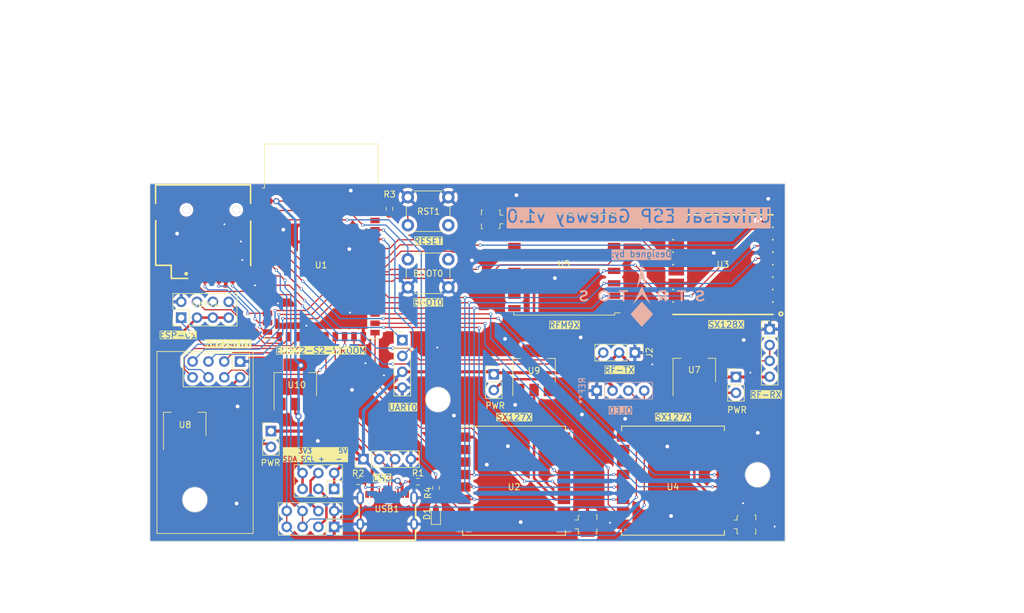
<source format=kicad_pcb>
(kicad_pcb (version 20221018) (generator pcbnew)
  (layers (0 "F.Cu" signal) (31 "B.Cu" signal) (34 "B.Paste" user) (35 "F.Paste" user) (36 "B.SilkS" user "B.Silkscreen") (37 "F.SilkS" user "F.Silkscreen") (38 "B.Mask" user) (39 "F.Mask" user) (44 "Edge.Cuts" user))
  (net 0 "")
  (net 1 "Net-(AE1-A)")
  (net 2 "Net-(AE2-A)")
  (net 3 "Net-(AE3-A)")
  (net 4 "Net-(AE4-A)")
  (net 5 "GND")
  (net 6 "Net-(U1-IO00)")
  (net 8 "/SD_CS")
  (net 9 "/FMOSI")
  (net 10 "3V3_ESP")
  (net 11 "/FSCK")
  (net 12 "/FMISO")
  (net 14 "Net-(D1-A)")
  (net 15 "/RX1")
  (net 16 "/01_IRQ")
  (net 18 "/TX1")
  (net 19 "+5V")
  (net 20 "/RF_IN")
  (net 21 "/RF_OUT")
  (net 22 "/USB_D-")
  (net 23 "/USB_D+")
  (net 24 "/TX0")
  (net 25 "/RX0")
  (net 26 "Net-(J10-Pin_3)")
  (net 27 "Net-(J10-Pin_4)")
  (net 28 "/SCL")
  (net 29 "/SDA")
  (net 30 "Net-(USB1-CC2)")
  (net 31 "Net-(USB1-CC1)")
  (net 32 "Net-(U1-EN)")
  (net 33 "Net-(U1-IO01)")
  (net 34 "3V3_NRF{slash}01")
  (net 35 "3V3_P1")
  (net 36 "3V3_P2")
  (net 37 "/NRF_CE")
  (net 38 "/NRF_IRQ")
  (net 39 "/NRF_CS")
  (net 40 "/RST4")
  (net 41 "/RST3")
  (net 42 "/RST2")
  (net 43 "/RST1")
  (net 44 "/NSS4")
  (net 45 "/NSS3")
  (net 46 "/NSS2")
  (net 47 "/NSS1")
  (net 48 "/SCK")
  (net 49 "/MISO")
  (net 50 "/MOSI")
  (net 53 "/DIO0-1")
  (net 58 "/DIO0-3")
  (net 60 "/DIO0-2")
  (net 65 "/DIO0-4")
  (net 74 "Net-(J5-Pin_2)")
  (net 75 "Net-(J6-Pin_2)")
  (net 76 "Net-(J8-Pin_2)")
  (footprint "Resistor_SMD:R_0603_1608Metric_Pad0.98x0.95mm_HandSolder" (layer "F.Cu") (at 101.1174 106.1955 90)
    (fp_text reference "R4")
    (fp_text value "330")
  )
  (footprint "Connector_PinHeader_2.54mm:PinHeader_1x03_P2.54mm_Vertical" (layer "F.Cu") (at 133.0556 84.4804 -90)
    (fp_text reference "J2")
    (fp_text value "RF-TR")
  )
  (footprint "Button_Switch_THT:SW_PUSH_6mm" (layer "F.Cu") (at 96.6216 59.5334)
    (fp_text reference "RST1")
    (fp_text value "~")
  )
  (footprint "Resistor_SMD:R_0603_1608Metric_Pad0.98x0.95mm_HandSolder" (layer "F.Cu") (at 88.6441 105.1306)
    (fp_text reference "R2")
    (fp_text value "5.11K")
  )
  (footprint "Connector_PinHeader_2.54mm:PinHeader_1x02_P2.54mm_Vertical" (layer "F.Cu") (at 74.6506 97.0738)
    (fp_text reference "J8")
    (fp_text value "Conn_01x02")
  )
  (footprint "Connector_Coaxial:U.FL_Molex_MCRF_73412-0110_Vertical" (layer "F.Cu") (at 150.9598 112.0544 -90)
    (fp_text reference "AE3")
    (fp_text value "Antenna_Shield")
  )
  (footprint "RF_Module:ESP32-S2-WROVER" (layer "F.Cu") (at 82.7274 70.4454)
    (fp_text reference "U1")
    (fp_text value "ESP32-S2-WROVER")
  )
  (footprint "Resistor_SMD:R_0603_1608Metric_Pad0.98x0.95mm_HandSolder" (layer "F.Cu") (at 93.6752 61.3937 90)
    (fp_text reference "R3")
    (fp_text value "10K")
  )
  (footprint "RF_Module:nRF24L01_Breakout" (layer "F.Cu") (at 69.6976 85.9028 -90)
    (fp_text reference "U6")
    (fp_text value "NRF24L01_Breakout")
  )
  (footprint "Package_TO_SOT_SMD:SOT-223-3_TabPin2" (layer "F.Cu") (at 78.5622 89.5858 90)
    (fp_text reference "U10")
    (fp_text value "AMS1117-3.3")
  )
  (footprint "Button_Switch_THT:SW_PUSH_6mm" (layer "F.Cu") (at 103.1216 74.005 180)
    (fp_text reference "BOOT0")
    (fp_text value "~")
  )
  (footprint "Connector_PinHeader_2.54mm:PinHeader_1x04_P2.54mm_Vertical" (layer "F.Cu") (at 154.686 80.7212)
    (fp_text reference "J3")
    (fp_text value "RF-RX")
  )
  (footprint "Package_TO_SOT_SMD:SOT-223-3_TabPin2" (layer "F.Cu") (at 142.5956 87.2998 90)
    (fp_text reference "U7")
    (fp_text value "AMS1117-3.3")
  )
  (footprint "Custom:COMM-SMD_LORA1281-2.4GHZ" (layer "F.Cu") (at 147.193333 70.358 180)
    (fp_text reference "U3")
    (fp_text value "LORA1281-2.4GHZ")
  )
  (footprint "Connector_PinHeader_2.54mm:PinHeader_1x02_P2.54mm_Vertical" (layer "F.Cu") (at 149.2758 88.392)
    (fp_text reference "J5")
    (fp_text value "Conn_01x02")
  )
  (footprint "Custom:USB-C-SMD_TYPE-C-6PIN-2MD-073" (layer "F.Cu") (at 93.2942 109.6107)
    (fp_text reference "USB1")
    (fp_text value "TYPE-C 16PIN 2MD(073)")
  )
  (footprint "Connector_PinSocket_2.54mm:PinSocket_2x04_P2.54mm_Vertical" (layer "F.Cu") (at 84.8006 112.4404 -90)
    (fp_text reference "J9")
    (fp_text value "Conn_02x04_Counter_Clockwise")
  )
  (footprint "Connector_PinSocket_2.54mm:PinSocket_2x03_P2.54mm_Vertical" (layer "F.Cu") (at 84.8006 106.3444 -90)
    (fp_text reference "J10")
    (fp_text value "JMP")
  )
  (footprint "RF_Module:Ai-Thinker-Ra-01-LoRa" (layer "F.Cu") (at 113.664667 105.0417 180)
    (fp_text reference "U2")
    (fp_text value "Ai-Thinker-Ra-01")
  )
  (footprint "Connector_Coaxial:U.FL_Molex_MCRF_73412-0110_Vertical" (layer "F.Cu") (at 109.923599 63.104 90)
    (fp_text reference "AE4")
    (fp_text value "Antenna_Shield")
  )
  (footprint "Connector_PinHeader_2.54mm:PinHeader_1x04_P2.54mm_Vertical" (layer "F.Cu") (at 95.7326 82.4738)
    (fp_text reference "J7")
    (fp_text value "UART0")
  )
  (footprint "Connector_PinHeader_2.54mm:PinHeader_1x04_P2.54mm_Vertical" (layer "F.Cu") (at 89.4942 101.5746 90)
    (fp_text reference "J4")
    (fp_text value "USB")
  )
  (footprint "Connector_Coaxial:U.FL_Molex_MCRF_73412-0110_Vertical" (layer "F.Cu") (at 135.425533 63.104 90)
    (fp_text reference "AE1")
    (fp_text value "Antenna_Shield")
  )
  (footprint "RF_Module:HOPERF_RFM9XW_SMD" (layer "F.Cu") (at 121.716799 70.358 180)
    (fp_text reference "U5")
    (fp_text value "RFM95W-868S2")
  )
  (footprint "Connector_PinHeader_2.54mm:PinHeader_2x04_P2.54mm_Vertical" (layer "F.Cu") (at 60.2488 78.867 90)
    (fp_text reference "J1")
    (fp_text value "ESP-01")
  )
  (footprint "Connector_Coaxial:U.FL_Molex_MCRF_73412-0110_Vertical" (layer "F.Cu") (at 125.457867 112.0417 -90)
    (fp_text reference "AE2")
    (fp_text value "Antenna_Shield")
  )
  (footprint "Package_TO_SOT_SMD:SOT-223-3_TabPin2" (layer "F.Cu") (at 60.8076 95.9612 90)
    (fp_text reference "U8")
    (fp_text value "AMS1117-3.3")
  )
  (footprint "Resistor_SMD:R_0603_1608Metric_Pad0.98x0.95mm_HandSolder" (layer "F.Cu") (at 98.2218 105.1814)
    (fp_text reference "R1")
    (fp_text value "5.11K")
  )
  (footprint "Package_TO_SOT_SMD:SOT-223-3_TabPin2" (layer "F.Cu") (at 116.8768 87.3248 90)
    (fp_text reference "U9")
    (fp_text value "AMS1117-3.3")
  )
  (footprint "Custom:TF-SMD_TF-PUSH" (layer "F.Cu") (at 64.138 67.2696 180)
    (fp_text reference "Card1")
    (fp_text value "TF PUSH")
  )
  (footprint "RF_Module:Ai-Thinker-Ra-01-LoRa" (layer "F.Cu") (at 139.1666 105.029 180)
    (fp_text reference "U4")
    (fp_text value "Ai-Thinker-Ra-01")
  )
  (footprint "Connector_PinHeader_2.54mm:PinHeader_1x02_P2.54mm_Vertical" (layer "F.Cu") (at 110.4138 87.9552)
    (fp_text reference "J6")
    (fp_text value "Conn_01x02")
  )
  (footprint "LED_SMD:LED_0603_1608Metric_Pad1.05x0.95mm_HandSolder" (layer "F.Cu") (at 101.1174 110.3884 90)
    (fp_text reference "D1")
    (fp_text value "RED")
  )
  (footprint "Connector_PinHeader_2.54mm:PinHeader_1x04_P2.54mm_Vertical" (layer "B.Cu") (at 126.9338 90.5764 -90)
    (fp_text reference "REF**")
    (fp_text value "PinHeader_1x04_P2.54mm_Vertical")
  )
  (footprint "LOGO" (layer "B.Cu") (at 134.215783 75.3618 180)
    (fp_text reference "G***")
    (fp_text value "LOGO" hide)
  )
  (gr_circle (center 152.7556 104.0892) (end 154.7556 104.0892) (stroke (width 0.1)) (fill none) (layer "Edge.Cuts"))
  (gr_circle (center 101.4476 92.0176) (end 103.4476 92.0176) (stroke (width 0.1)) (fill none) (layer "Edge.Cuts"))
  (gr_circle (center 62.4398 108.077) (end 64.4398 108.077) (stroke (width 0.1)) (fill none) (layer "Edge.Cuts"))
  (gr_line (start 55.245 114.7572) (end 157.1498 114.7572) (stroke (width 0.1)) (layer "Edge.Cuts"))
  (gr_line (start 55.245 114.7572) (end 55.245 57.3786) (stroke (width 0.1)) (layer "Edge.Cuts"))
  (gr_line (start 157.1498 57.3786) (end 157.1498 114.7572) (stroke (width 0.1)) (layer "Edge.Cuts"))
  (gr_line (start 55.245 57.3786) (end 157.1498 57.3786) (stroke (width 0.1)) (layer "Edge.Cuts"))
  (gr_text "OLED" (at 132.717653 94.361) (layer "B.SilkS" knockout) (effects (font (size 1 1)) (justify left bottom mirror)))
  (gr_text "Designed by:" (at 139.031889 69.2404) (layer "B.SilkS" knockout) (effects (font (size 1 1)) (justify left bottom mirror)))
  (gr_text "Universal ESP Gateway v1.0" (at 155.1432 63.7794) (layer "B.SilkS" knockout) (effects (font (size 2 2) (thickness 0.3)) (justify left bottom mirror)))
  (gr_text "PWR" (at 72.9234 102.743) (layer "F.SilkS") (effects (font (size 1 1)) (justify left bottom)))
  (gr_text "ESP-01" (at 56.642 82.2706) (layer "F.SilkS" knockout) (effects (font (size 1 1)) (justify left bottom)))
  (gr_text "BOOT0" (at 99.8716 76.454) (layer "F.SilkS" knockout) (effects (font (size 1 1))))
  (gr_text "PWR" (at 108.966 93.5736) (layer "F.SilkS") (effects (font (size 1 1)) (justify left bottom)))
  (gr_text "ESP32-S2-WROOM" (at 75.3364 84.7344) (layer "F.SilkS" knockout) (effects (font (size 1 1)) (justify left bottom)))
  (gr_text "RF-TX" (at 128.038338 87.8586) (layer "F.SilkS" knockout) (effects (font (size 1 1)) (justify left bottom)))
  (gr_text "UART0" (at 93.3958 93.853) (layer "F.SilkS" knockout) (effects (font (size 1 1)) (justify left bottom)))
  (gr_text "RESET" (at 99.8716 66.5734) (layer "F.SilkS" knockout) (effects (font (size 1 1))))
  (gr_text "RF-RX" (at 151.4602 91.821) (layer "F.SilkS" knockout) (effects (font (size 1 1)) (justify left bottom)))
  (gr_text "SX127X" (at 110.720024 95.4532) (layer "F.SilkS" knockout) (effects (font (size 1 1)) (justify left bottom)))
  (gr_text "SX127X" (at 136.221957 95.4532) (layer "F.SilkS" knockout) (effects (font (size 1 1)) (justify left bottom)))
  (gr_text "NRF24L01" (at 63.881 83.7184) (layer "F.SilkS" knockout) (effects (font (size 1 1)) (justify left bottom)))
  (gr_text "RFM9X" (at 119.1768 80.6704) (layer "F.SilkS" knockout) (effects (font (size 1 1)) (justify left bottom)))
  (gr_text "    3V3       5V\nSDA SCL +   -" (at 76.4794 102.0064) (layer "F.SilkS" knockout) (effects (font (size 0.8 0.8)) (justify left bottom)))
  (gr_text "USB" (at 90.8558 105.2068) (layer "F.SilkS" knockout) (effects (font (size 1 1)) (justify left bottom)))
  (gr_text "SX128X" (at 144.73619 80.5688) (layer "F.SilkS" knockout) (effects (font (size 1 1)) (justify left bottom)))
  (gr_text "PWR" (at 147.7772 94.2594) (layer "F.SilkS") (effects (font (size 1 1)) (justify left bottom)))
  (segment (start 139.193333 63.358) (end 137.179533 63.358) (width 0.4) (layer "F.Cu") (net 1))
  (segment (start 137.179533 63.358) (end 136.925533 63.104) (width 0.4) (layer "F.Cu") (net 1))
  (segment (start 121.664667 112.0417) (end 123.957867 112.0417) (width 0.4) (layer "F.Cu") (net 2))
  (segment (start 147.1666 112.029) (end 149.4344 112.029) (width 0.4) (layer "F.Cu") (net 3))
  (segment (start 149.4344 112.029) (end 149.4598 112.0544) (width 0.4) (layer "F.Cu") (net 3))
  (segment (start 111.677599 63.358) (end 111.423599 63.104) (width 0.4) (layer "F.Cu") (net 4))
  (segment (start 113.716799 63.358) (end 111.677599 63.358) (width 0.4) (layer "F.Cu") (net 4))
  (segment (start 155.177333 71.374) (end 155.193333 71.358) (width 0.2) (layer "F.Cu") (net 5))
  (via (at 131.4958 95.0976) (size 1) (drill 0.6) (layers "F.Cu" "B.Cu") (net 5))
  (via (at 69.1388 108.6866) (size 1) (drill 0.6) (layers "F.Cu" "B.Cu") (net 5))
  (via (at 82.169 98.6536) (size 1) (drill 0.6) (layers "F.Cu" "B.Cu") (net 5))
  (via (at 138.2522 99.5426) (size 1) (drill 0.6) (layers "F.Cu" "B.Cu") (net 5))
  (via (at 87.6554 90.4494) (size 1) (drill 0.6) (layers "F.Cu" "B.Cu") (net 5))
  (via (at 112.6744 99.4918) (size 1) (drill 0.6) (layers "F.Cu" "B.Cu") (net 5))
  (via (at 150.5204 82.4484) (size 1) (drill 0.6) (layers "F.Cu" "B.Cu") (net 5))
  (via (at 72.0852 73.6854) (size 0.5) (drill 0.3) (layers "F.Cu" "B.Cu") (net 5))
  (via (at 69.2912 93.1164) (size 1) (drill 0.6) (layers "F.Cu" "B.Cu") (net 5))
  (via (at 124.5616 94.4118) (size 1) (drill 0.6) (layers "F.Cu" "B.Cu") (net 5))
  (via (at 69.8246 66.6496) (size 0.5) (drill 0.3) (layers "F.Cu" "B.Cu") (net 5))
  (via (at 151.587585 87.6925) (size 0.5) (drill 0.3) (layers "F.Cu" "B.Cu") (net 5))
  (via (at 113.8428 92.8624) (size 1) (drill 0.6) (layers "F.Cu" "B.Cu") (net 5))
  (via (at 87.4522 58.4708) (size 1) (drill 0.6) (layers "F.Cu" "B.Cu") (net 5))
  (via (at 104.013 94.5896) (size 1) (drill 0.6) (layers "F.Cu" "B.Cu") (net 5))
  (via (at 89.8144 86.1822) (size 0.5) (drill 0.3) (layers "F.Cu" "B.Cu") (net 5))
  (via (at 155.4988 112.395) (size 0.5) (drill 0.3) (layers "F.Cu" "B.Cu") (net 5))
  (via (at 75.7682 76.581) (size 0.5) (drill 0.3) (layers "F.Cu" "B.Cu") (net 5))
  (via (at 129.0574 111.7854) (size 0.5) (drill 0.3) (layers "F.Cu" "B.Cu") (net 5))
  (via (at 59.5884 65.3796) (size 1) (drill 0.6) (layers "F.Cu" "B.Cu") (net 5))
  (via (at 80.3402 80.1624) (size 0.5) (drill 0.3) (layers "F.Cu" "B.Cu") (net 5))
  (via (at 70.0532 69.6214) (size 0.5) (drill 0.3) (layers "F.Cu" "B.Cu") (net 5))
  (via (at 138.8618 110.6932) (size 1) (drill 0.6) (layers "F.Cu" "B.Cu") (net 5))
  (via (at 145.7198 68.4784) (size 1) (drill 0.6) (layers "F.Cu" "B.Cu") (net 5))
  (via (at 114.046 59.2074) (size 1) (drill 0.6) (layers "F.Cu" "B.Cu") (net 5))
  (via (at 101.346 83.6676) (size 0.5) (drill 0.3) (layers "F.Cu" "B.Cu") (net 5))
  (via (at 112.2172 82.2706) (size 1) (drill 0.6) (layers "F.Cu" "B.Cu") (net 5))
  (via (at 114.7318 111.6838) (size 1) (drill 0.6) (layers "F.Cu" "B.Cu") (net 5))
  (via (at 154.4574 59.7916) (size 1) (drill 0.6) (layers "F.Cu" "B.Cu") (net 5))
  (via (at 87.2236 67.8688) (size 1) (drill 0.6) (layers "F.Cu" "B.Cu") (net 5))
  (via (at 76.6318 64.7446) (size 1) (drill 0.6) (layers "F.Cu" "B.Cu") (net 5))
  (via (at 152.781 97.3582) (size 1) (drill 0.6) (layers "F.Cu" "B.Cu") (net 5))
  (via (at 106.9086 69.6722) (size 1) (drill 0.6) (layers "F.Cu" "B.Cu") (net 5))
  (via (at 120.2182 72.517) (size 1) (drill 0.6) (layers "F.Cu" "B.Cu") (net 5))
  (via (at 67.183 63.881) (size 0.5) (drill 0.3) (layers "F.Cu" "B.Cu") (net 5))
  (via (at 150.4188 108.6612) (size 0.5) (drill 0.3) (layers "F.Cu" "B.Cu") (net 5))
  (via (at 87.3252 78.0542) (size 0.5) (drill 0.3) (layers "F.Cu" "B.Cu") (net 5))
  (via (at 109.2962 102.4636) (size 1) (drill 0.6) (layers "F.Cu" "B.Cu") (net 5))
  (via (at 92.7862 88.138) (size 0.5) (drill 0.3) (layers "F.Cu" "B.Cu") (net 5))
  (via (at 124.3584 82.042) (size 1) (drill 0.6) (layers "F.Cu" "B.Cu") (net 5))
  (via (at 135.8392 86.36) (size 0.5) (drill 0.3) (layers "F.Cu" "B.Cu") (net 5))
  (segment (start 87.045 61.6704) (end 89.3826 64.008) (width 0.2) (layer "F.Cu") (net 6))
  (segment (start 74.1024 61.6704) (end 87.045 61.6704) (width 0.2) (layer "F.Cu") (net 6))
  (via (at 89.3826 64.008) (size 0.5) (drill 0.3) (layers "F.Cu" "B.Cu") (net 6))
  (segment (start 96.6216 67.5386) (end 93.091 64.008) (width 0.2) (layer "B.Cu") (net 6))
  (segment (start 96.6216 69.505) (end 96.6216 67.5386) (width 0.2) (layer "B.Cu") (net 6))
  (segment (start 93.091 64.008) (end 89.3826 64.008) (width 0.2) (layer "B.Cu") (net 6))
  (segment (start 62.988 73.7576) (end 63.881 74.6506) (width 0.2) (layer "F.Cu") (net 8))
  (segment (start 71.7296 74.6506) (end 73.7494 76.6704) (width 0.2) (layer "F.Cu") (net 8))
  (segment (start 73.7494 76.6704) (end 74.1024 76.6704) (width 0.2) (layer "F.Cu") (net 8))
  (segment (start 63.881 74.6506) (end 71.7296 74.6506) (width 0.2) (layer "F.Cu") (net 8))
  (segment (start 62.988 72.5696) (end 62.988 73.7576) (width 0.2) (layer "F.Cu") (net 8))
  (segment (start 70.953 78.1704) (end 70.9168 78.2066) (width 0.2) (layer "F.Cu") (net 9))
  (segment (start 74.1024 78.1704) (end 70.953 78.1704) (width 0.2) (layer "F.Cu") (net 9))
  (segment (start 64.0588 73.8886) (end 64.0588 72.5988) (width 0.2) (layer "F.Cu") (net 9))
  (segment (start 64.0588 72.5988) (end 64.088 72.5696) (width 0.2) (layer "F.Cu") (net 9))
  (via (at 70.9168 78.2066) (size 0.5) (drill 0.3) (layers "F.Cu" "B.Cu") (net 9))
  (via (at 64.0588 73.8886) (size 0.5) (drill 0.3) (layers "F.Cu" "B.Cu") (net 9))
  (segment (start 67.574289 74.3966) (end 70.9168 77.739111) (width 0.2) (layer "B.Cu") (net 9))
  (segment (start 64.5668 74.3966) (end 67.574289 74.3966) (width 0.2) (layer "B.Cu") (net 9))
  (segment (start 70.9168 77.739111) (end 70.9168 78.2066) (width 0.2) (layer "B.Cu") (net 9))
  (segment (start 64.0588 73.8886) (end 64.5668 74.3966) (width 0.2) (layer "B.Cu") (net 9))
  (segment (start 93.2562 62.4204) (end 90.208 62.4204) (width 0.2) (layer "F.Cu") (net 10))
  (segment (start 68.408493 60.1704) (end 74.1024 60.1704) (width 0.4) (layer "F.Cu") (net 10))
  (segment (start 78.5622 86.4358) (end 79.3492 86.4358) (width 0.4) (layer "F.Cu") (net 10))
  (segment (start 78.5622 94.208699) (end 79.070101 94.7166) (width 0.4) (layer "F.Cu") (net 10))
  (segment (start 87.958 60.1704) (end 75.5142 60.1704) (width 0.2) (layer "F.Cu") (net 10))
  (segment (start 79.7206 106.3444) (end 79.7206 103.8044) (width 0.4) (layer "F.Cu") (net 10))
  (segment (start 78.5622 92.7358) (end 78.5622 94.208699) (width 0.4) (layer "F.Cu") (net 10))
  (segment (start 74.1024 60.1704) (end 75.5142 60.1704) (width 0.4) (layer "F.Cu") (net 10))
  (segment (start 65.188 63.390893) (end 68.408493 60.1704) (width 0.4) (layer "F.Cu") (net 10))
  (segment (start 79.3492 86.4358) (end 79.4512 86.5378) (width 0.4) (layer "F.Cu") (net 10))
  (segment (start 90.208 62.4204) (end 87.958 60.1704) (width 0.2) (layer "F.Cu") (net 10))
  (segment (start 65.188 72.5696) (end 65.188 63.390893) (width 0.4) (layer "F.Cu") (net 10))
  (segment (start 93.6752 62.0014) (end 93.2562 62.4204) (width 0.2) (layer "F.Cu") (net 10))
  (via (at 79.070101 94.7166) (size 1) (drill 0.6) (layers "F.Cu" "B.Cu") (net 10))
  (via (at 75.5142 60.1704) (size 1) (drill 0.6) (layers "F.Cu" "B.Cu") (net 10))
  (via (at 79.4512 86.5378) (size 1) (drill 0.6) (layers "F.Cu" "B.Cu") (net 10))
  (segment (start 78.5622 63.2184) (end 78.5622 85.6488) (width 0.4) (layer "B.Cu") (net 10))
  (segment (start 79.070101 86.918899) (end 79.070101 94.7166) (width 0.4) (layer "B.Cu") (net 10))
  (segment (start 79.070101 103.153901) (end 79.070101 94.7166) (width 0.4) (layer "B.Cu") (net 10))
  (segment (start 75.5142 60.1704) (end 78.5622 63.2184) (width 0.4) (layer "B.Cu") (net 10))
  (segment (start 79.4512 86.5378) (end 79.070101 86.918899) (width 0.4) (layer "B.Cu") (net 10))
  (segment (start 79.7206 103.8044) (end 79.070101 103.153901) (width 0.4) (layer "B.Cu") (net 10))
  (segment (start 78.5622 85.6488) (end 79.4512 86.5378) (width 0.4) (layer "B.Cu") (net 10))
  (segment (start 72.0852 79.0702) (end 72.6854 79.6704) (width 0.2) (layer "F.Cu") (net 11))
  (segment (start 72.6854 79.6704) (end 74.1024 79.6704) (width 0.2) (layer "F.Cu") (net 11))
  (segment (start 66.288 73.7676) (end 66.2432 73.8124) (width 0.2) (layer "F.Cu") (net 11))
  (segment (start 66.288 72.5696) (end 66.288 73.7676) (width 0.2) (layer "F.Cu") (net 11))
  (via (at 66.2432 73.8124) (size 0.5) (drill 0.3) (layers "F.Cu" "B.Cu") (net 11))
  (via (at 72.0852 79.0702) (size 0.5) (drill 0.3) (layers "F.Cu" "B.Cu") (net 11))
  (segment (start 72.0852 79.0702) (end 72.0852 78.232) (width 0.2) (layer "B.Cu") (net 11))
  (segment (start 72.0852 78.232) (end 67.6656 73.8124) (width 0.2) (layer "B.Cu") (net 11))
  (segment (start 67.6656 73.8124) (end 66.2432 73.8124) (width 0.2) (layer "B.Cu") (net 11))
  (segment (start 73.6757 81.1704) (end 74.1024 81.1704) (width 0.2) (layer "F.Cu") (net 12))
  (segment (start 68.5038 72.5854) (end 68.488 72.5696) (width 0.2) (layer "F.Cu") (net 12))
  (segment (start 68.5038 73.7616) (end 68.5038 72.5854) (width 0.2) (layer "F.Cu") (net 12))
  (segment (start 72.8709 80.3656) (end 73.6757 81.1704) (width 0.2) (layer "F.Cu") (net 12))
  (via (at 72.8709 80.3656) (size 0.5) (drill 0.3) (layers "F.Cu" "B.Cu") (net 12))
  (via (at 68.5038 73.7616) (size 0.5) (drill 0.3) (layers "F.Cu" "B.Cu") (net 12))
  (segment (start 72.8709 80.3656) (end 72.8709 78.1287) (width 0.2) (layer "B.Cu") (net 12))
  (segment (start 72.8709 78.1287) (end 68.5038 73.7616) (width 0.2) (layer "B.Cu") (net 12))
  (segment (start 101.1174 109.5134) (end 101.1174 107.108) (width 0.2) (layer "F.Cu") (net 14))
  (segment (start 61.7474 81.153) (end 61.722 81.153) (width 0.2) (layer "F.Cu") (net 15))
  (segment (start 63.9394 83.3704) (end 61.7474 81.1784) (width 0.2) (layer "F.Cu") (net 15))
  (segment (start 78.9774 81.9204) (end 78.9774 82.2204) (width 0.2) (layer "F.Cu") (net 15))
  (segment (start 77.8274 83.3704) (end 63.9394 83.3704) (width 0.2) (layer "F.Cu") (net 15))
  (segment (start 61.7474 81.1784) (end 61.7474 81.153) (width 0.2) (layer "F.Cu") (net 15))
  (segment (start 78.9774 82.2204) (end 77.8274 83.3704) (width 0.2) (layer "F.Cu") (net 15))
  (segment (start 61.722 81.153) (end 61.722 81.153) (width 0.2) (layer "F.Cu") (net 15))
  (via (at 61.7474 81.153) (size 0.5) (drill 0.3) (layers "F.Cu" "B.Cu") (net 15))
  (segment (start 60.2488 79.6544) (end 60.2488 78.867) (width 0.2) (layer "B.Cu") (net 15))
  (segment (start 61.7474 81.153) (end 60.2488 79.6544) (width 0.2) (layer "B.Cu") (net 15))
  (segment (start 77.4774 81.9204) (end 77.4774 82.2204) (width 0.2) (layer "F.Cu") (net 16))
  (segment (start 76.7274 82.9704) (end 73.598546 82.9704) (width 0.2) (layer "F.Cu") (net 16))
  (segment (start 64.0588 77.597) (end 62.7888 76.327) (width 0.2) (layer "F.Cu") (net 16))
  (segment (start 77.4774 82.2204) (end 76.7274 82.9704) (width 0.2) (layer "F.Cu") (net 16))
  (segment (start 73.598546 82.9704) (end 68.225146 77.597) (width 0.2) (layer "F.Cu") (net 16))
  (segment (start 68.225146 77.597) (end 64.0588 77.597) (width 0.2) (layer "F.Cu") (net 16))
  (segment (start 75.9774 81.9204) (end 75.805 82.0928) (width 0.2) (layer "F.Cu") (net 18))
  (segment (start 72.8218 81.5848) (end 72.8218 81.28) (width 0.2) (layer "F.Cu") (net 18))
  (segment (start 73.3298 82.0928) (end 72.8218 81.5848) (width 0.2) (layer "F.Cu") (net 18))
  (segment (start 72.8218 81.28) (end 67.8688 76.327) (width 0.2) (layer "F.Cu") (net 18))
  (segment (start 75.805 82.0928) (end 73.3298 82.0928) (width 0.2) (layer "F.Cu") (net 18))
  (segment (start 129.4892 89.9056) (end 129.4892 90.5764) (width 0.5) (layer "F.Cu") (net 19))
  (segment (start 80.8622 97.0738) (end 80.4926 97.0738) (width 0.5) (layer "F.Cu") (net 19))
  (segment (start 87.0304 101.5746) (end 84.8006 103.8044) (width 0.5) (layer "F.Cu") (net 19))
  (segment (start 130.5156 84.4804) (end 134.4272 88.392) (width 0.5) (layer "F.Cu") (net 19))
  (segment (start 80.4926 97.0738) (end 74.6506 97.0738) (width 0.5) (layer "F.Cu") (net 19))
  (segment (start 127.2898 87.7062) (end 127.5386 87.955) (width 0.5) (layer "F.Cu") (net 19))
  (segment (start 127.2898 87.7062) (end 127.5386 87.4574) (width 0.5) (layer "F.Cu") (net 19))
  (segment (start 95.6942 107.2307) (end 95.6942 105.771577) (width 0.5) (layer "F.Cu") (net 19))
  (segment (start 110.6628 87.7062) (end 127.2898 87.7062) (width 0.5) (layer "F.Cu") (net 19))
  (segment (start 95.6942 105.771577) (end 94.9706 105.047977) (width 0.5) (layer "F.Cu") (net 19))
  (segment (start 89.016 102.0528) (end 89.4942 101.5746) (width 0.5) (layer "F.Cu") (net 19))
  (segment (start 127.5386 87.4574) (end 127.5386 87.955) (width 0.5) (layer "F.Cu") (net 19))
  (segment (start 80.5624 97.0738) (end 80.8622 96.774) (width 0.5) (layer "F.Cu") (net 19))
  (segment (start 95.7326 87.5538) (end 110.0124 87.5538) (width 0.5) (layer "F.Cu") (net 19))
  (segment (start 149.2758 88.392) (end 154.6352 88.392) (width 0.5) (layer "F.Cu") (net 19))
  (segment (start 89.4942 101.5746) (end 84.9934 97.0738) (width 0.5) (layer "F.Cu") (net 19))
  (segment (start 80.8622 96.774) (end 80.9294 96.774) (width 0.5) (layer "F.Cu") (net 19))
  (segment (start 89.4942 101.5746) (end 89.4588 101.5746) (width 0.5) (layer "F.Cu") (net 19))
  (segment (start 110.0124 87.5538) (end 110.4138 87.9552) (width 0.5) (layer "F.Cu") (net 19))
  (segment (start 84.9934 97.0738) (end 81.2292 97.0738) (width 0.5) (layer "F.Cu") (net 19))
  (segment (start 127.5386 87.955) (end 129.4892 89.9056) (width 0.5) (layer "F.Cu") (net 19))
  (segment (start 84.8006 106.3444) (end 84.8006 103.8044) (width 0.4) (layer "F.Cu") (net 19))
  (segment (start 80.8622 96.774) (end 80.8622 97.0738) (width 0.5) (layer "F.Cu") (net 19))
  (segment (start 90.8942 107.2307) (end 90.8942 102.9746) (width 0.5) (layer "F.Cu") (net 19))
  (segment (start 81.2292 97.0738) (end 80.8622 97.0738) (width 0.5) (layer "F.Cu") (net 19))
  (segment (start 80.8622 92.7358) (end 80.8622 96.774) (width 0.5) (layer "F.Cu") (net 19))
  (segment (start 127.5386 87.4574) (end 130.5156 84.4804) (width 0.5) (layer "F.Cu") (net 19))
  (segment (start 80.4926 97.0738) (end 80.5624 97.0738) (width 0.5) (layer "F.Cu") (net 19))
  (segment (start 89.4942 101.5746) (end 87.0304 101.5746) (width 0.5) (layer "F.Cu") (net 19))
  (segment (start 134.4272 88.392) (end 149.2758 88.392) (width 0.5) (layer "F.Cu") (net 19))
  (segment (start 110.4138 87.9552) (end 110.6628 87.7062) (width 0.5) (layer "F.Cu") (net 19))
  (segment (start 154.6352 88.392) (end 154.686 88.3412) (width 0.5) (layer "F.Cu") (net 19))
  (segment (start 90.8942 102.9746) (end 89.4942 101.5746) (width 0.5) (layer "F.Cu") (net 19))
  (segment (start 80.9294 96.774) (end 81.2292 97.0738) (width 0.5) (layer "F.Cu") (net 19))
  (via (at 94.9706 105.047977) (size 1) (drill 0.6) (layers "F.Cu" "B.Cu") (net 19))
  (segment (start 89.4942 93.7922) (end 95.7326 87.5538) (width 0.5) (layer "B.Cu") (net 19))
  (segment (start 89.4942 101.5746) (end 92.967577 105.047977) (width 0.5) (layer "B.Cu") (net 19))
  (segment (start 89.4942 101.5746) (end 89.4942 93.7922) (width 0.5) (layer "B.Cu") (net 19))
  (segment (start 92.967577 105.047977) (end 94.9706 105.047977) (width 0.5) (layer "B.Cu") (net 19))
  (segment (start 126.1468 86.3092) (end 94.1578 86.3092) (width 0.2) (layer "F.Cu") (net 20))
  (segment (start 127.9756 84.4804) (end 126.1468 86.3092) (width 0.2) (layer "F.Cu") (net 20))
  (segment (start 77.902601 75.1704) (end 79.719601 76.9874) (width 0.2) (layer "F.Cu") (net 20))
  (segment (start 74.1024 75.1704) (end 77.902601 75.1704) (width 0.2) (layer "F.Cu") (net 20))
  (via (at 94.1578 86.3092) (size 0.5) (drill 0.3) (layers "F.Cu" "B.Cu") (net 20))
  (via (at 79.719601 76.9874) (size 0.5) (drill 0.3) (layers "F.Cu" "B.Cu") (net 20))
  (segment (start 88.7984 82.4992) (end 85.1408 82.4992) (width 0.2) (layer "B.Cu") (net 20))
  (segment (start 92.6084 86.3092) (end 88.7984 82.4992) (width 0.2) (layer "B.Cu") (net 20))
  (segment (start 85.1408 82.4992) (end 79.719601 77.078001) (width 0.2) (layer "B.Cu") (net 20))
  (segment (start 94.1578 86.3092) (end 92.6084 86.3092) (width 0.2) (layer "B.Cu") (net 20))
  (segment (start 79.719601 77.078001) (end 79.719601 76.9874) (width 0.2) (layer "B.Cu") (net 20))
  (segment (start 96.647 83.7692) (end 98.5266 85.6488) (width 0.2) (layer "F.Cu") (net 21))
  (segment (start 80.0354 76.0984) (end 80.0608 76.0984) (width 0.2) (layer "F.Cu") (net 21))
  (segment (start 80.0608 76.0984) (end 80.0608 76.1238) (width 0.2) (layer "F.Cu") (net 21))
  (segment (start 154.686 83.2612) (end 154.686 85.8012) (width 0.2) (layer "F.Cu") (net 21))
  (segment (start 74.1024 73.6704) (end 77.6074 73.6704) (width 0.2) (layer "F.Cu") (net 21))
  (segment (start 94.1832 83.7692) (end 96.647 83.7692) (width 0.2) (layer "F.Cu") (net 21))
  (segment (start 123.4694 85.6488) (end 126.4158 82.7024) (width 0.2) (layer "F.Cu") (net 21))
  (segment (start 137.5918 85.8012) (end 154.686 85.8012) (width 0.2) (layer "F.Cu") (net 21))
  (segment (start 80.0608 76.1238) (end 80.01 76.073) (width 0.2) (layer "F.Cu") (net 21))
  (segment (start 126.4158 82.7024) (end 134.493 82.7024) (width 0.2) (layer "F.Cu") (net 21))
  (segment (start 77.6074 73.6704) (end 80.0354 76.0984) (width 0.2) (layer "F.Cu") (net 21))
  (segment (start 98.5266 85.6488) (end 123.4694 85.6488) (width 0.2) (layer "F.Cu") (net 21))
  (segment (start 134.493 82.7024) (end 137.5918 85.8012) (width 0.2) (layer "F.Cu") (net 21))
  (via (at 94.1832 83.7692) (size 0.5) (drill 0.3) (layers "F.Cu" "B.Cu") (net 21))
  (via (at 80.0608 76.0984) (size 0.5) (drill 0.3) (layers "F.Cu" "B.Cu") (net 21))
  (segment (start 85.344 81.3816) (end 89.2048 81.3816) (width 0.2) (layer "B.Cu") (net 21))
  (segment (start 91.5924 83.7692) (end 94.1832 83.7692) (width 0.2) (layer "B.Cu") (net 21))
  (segment (start 89.2048 81.3816) (end 91.5924 83.7692) (width 0.2) (layer "B.Cu") (net 21))
  (segment (start 80.0608 76.0984) (end 85.344 81.3816) (width 0.2) (layer "B.Cu") (net 21))
  (segment (start 93.5442 106.3752) (end 93.5442 107.2307) (width 0.2) (layer "F.Cu") (net 22))
  (segment (start 92.5442 106.4307) (end 92.7521 106.2228) (width 0.2) (layer "F.Cu") (net 22))
  (segment (start 93.5442 106.0704) (end 93.5442 106.2228) (width 0.2) (layer "F.Cu") (net 22))
  (segment (start 92.0342 101.5746) (end 93.5442 103.0846) (width 0.2) (layer "F.Cu") (net 22))
  (segment (start 92.5442 107.2307) (end 92.5442 106.4307) (width 0.2) (layer "F.Cu") (net 22))
  (segment (start 93.3958 106.2228) (end 93.5442 106.2228) (width 0.2) (layer "F.Cu") (net 22))
  (segment (start 93.3958 106.2268) (end 93.5442 106.3752) (width 0.2) (layer "F.Cu") (net 22))
  (segment (start 93.3958 106.2188) (end 93.5442 106.0704) (width 0.2) (layer "F.Cu") (net 22))
  (segment (start 92.0342 101.5746) (end 83.4774 93.0178) (width 0.2) (layer "F.Cu") (net 22))
  (segment (start 93.3958 106.2268) (end 93.3958 106.2188) (width 0.2) (layer "F.Cu") (net 22))
  (segment (start 92.7521 106.2228) (end 93.3958 106.2228) (width 0.2) (layer "F.Cu") (net 22))
  (segment (start 93.3958 106.2228) (end 93.3958 106.2268) (width 0.2) (layer "F.Cu") (net 22))
  (segment (start 93.5442 103.0846) (end 93.5442 106.0704) (width 0.2) (layer "F.Cu") (net 22))
  (segment (start 93.5442 106.2228) (end 93.5442 106.3752) (width 0.2) (layer "F.Cu") (net 22))
  (segment (start 83.4774 93.0178) (end 83.4774 81.9204) (width 0.2) (layer "F.Cu") (net 22))
  (segment (start 94.0442 108.0307) (end 94.0442 107.2307) (width 0.2) (layer "F.Cu") (net 23))
  (segment (start 94.5742 101.5746) (end 94.0442 102.1046) (width 0.2) (layer "F.Cu") (net 23))
  (segment (start 84.9774 91.9778) (end 84.9774 81.9204) (width 0.2) (layer "F.Cu") (net 23))
  (segment (start 93.0442 107.2307) (end 93.0442 108.0307) (width 0.2) (layer "F.Cu") (net 23))
  (segment (start 93.8201 108.2548) (end 94.0442 108.0307) (width 0.2) (layer "F.Cu") (net 23))
  (segment (start 94.5742 101.5746) (end 84.9774 91.9778) (width 0.2) (layer "F.Cu") (net 23))
  (segment (start 94.0442 102.1046) (end 94.0442 107.2307) (width 0.2) (layer "F.Cu") (net 23))
  (segment (start 93.0442 108.0307) (end 93.2683 108.2548) (width 0.2) (layer "F.Cu") (net 23))
  (segment (start 93.2683 108.2548) (end 93.8201 108.2548) (width 0.2) (layer "F.Cu") (net 23))
  (segment (start 92.6356 66.2704) (end 92.6846 66.3194) (width 0.2) (layer "F.Cu") (net 24))
  (segment (start 91.3524 66.2704) (end 92.6356 66.2704) (width 0.2) (layer "F.Cu") (net 24))
  (via (at 92.6846 66.3194) (size 0.5) (drill 0.3) (layers "F.Cu" "B.Cu") (net 24))
  (segment (start 93.6244 80.3656) (end 93.6244 67.2592) (width 0.2) (layer "B.Cu") (net 24))
  (segment (start 95.7326 82.4738) (end 93.6244 80.3656) (width 0.2) (layer "B.Cu") (net 24))
  (segment (start 93.6244 67.2592) (end 92.6846 66.3194) (width 0.2) (layer "B.Cu") (net 24))
  (segment (start 91.3524 64.7704) (end 92.6596 64.7704) (width 0.2) (layer "F.Cu") (net 25))
  (segment (start 92.6596 64.7704) (end 92.6846 64.7954) (width 0.2) (layer "F.Cu") (net 25))
  (via (at 92.6846 64.7954) (size 0.5) (drill 0.3) (layers "F.Cu" "B.Cu") (net 25))
  (segment (start 95.7326 85.0138) (end 97.409 83.3374) (width 0.2) (layer "B.Cu") (net 25))
  (segment (start 97.409 80.7466) (end 94.5388 77.8764) (width 0.2) (layer "B.Cu") (net 25))
  (segment (start 94.5388 77.8764) (end 94.5388 66.6496) (width 0.2) (layer "B.Cu") (net 25))
  (segment (start 94.5388 66.6496) (end 92.6846 64.7954) (width 0.2) (layer "B.Cu") (net 25))
  (segment (start 97.409 83.3374) (end 97.409 80.7466) (width 0.2) (layer "B.Cu") (net 25))
  (segment (start 83.5506 111.1504) (end 82.2606 112.4404) (width 0.4) (layer "F.Cu") (net 26))
  (segment (start 83.5506 107.6344) (end 83.5506 111.1504) (width 0.4) (layer "F.Cu") (net 26))
  (segment (start 82.2606 106.3444) (end 83.5506 107.6344) (width 0.4) (layer "F.Cu") (net 26))
  (segment (start 81.0106 108.6504) (end 81.0106 105.0544) (width 0.4) (layer "F.Cu") (net 27))
  (segment (start 82.2606 109.9004) (end 81.0106 108.6504) (width 0.4) (layer "F.Cu") (net 27))
  (segment (start 81.0106 105.0544) (end 82.2606 103.8044) (width 0.4) (layer "F.Cu") (net 27))
  (segment (start 133.2992 107.696) (end 133.2992 91.8464) (width 0.2) (layer "F.Cu") (net 28))
  (segment (start 74.1024 72.1704) (end 76.209 72.1704) (width 0.2) (layer "F.Cu") (net 28))
  (segment (start 133.2992 91.8464) (end 132.0292 90.5764) (width 0.2) (layer "F.Cu") (net 28))
  (segment (start 79.7206 109.9004) (end 79.7206 112.4404) (width 0.2) (layer "F.Cu") (net 28))
  (segment (start 76.209 72.1704) (end 76.9112 72.8726) (width 0.2) (layer "F.Cu") (net 28))
  (via (at 76.9112 72.8726) (size 0.5) (drill 0.3) (layers "F.Cu" "B.Cu") (net 28))
  (via (at 133.2992 107.696) (size 0.5) (drill 0.3) (layers "F.Cu" "B.Cu") (net 28))
  (segment (start 77.8256 74.9808) (end 76.9112 74.0664) (width 0.2) (layer "B.Cu") (net 28))
  (segment (start 79.7206 109.9004) (end 77.8256 108.0054) (width 0.2) (layer "B.Cu") (net 28))
  (segment (start 80.9852 111.1758) (end 79.7206 112.4404) (width 0.2) (layer "B.Cu") (net 28))
  (segment (start 133.2992 107.696) (end 133.2992 107.696) (width 0.2) (layer "B.Cu") (net 28))
  (segment (start 76.9112 74.0664) (end 76.9112 72.8726) (width 0.2) (layer "B.Cu") (net 28))
  (segment (start 77.8256 108.0054) (end 77.8256 74.9808) (width 0.2) (layer "B.Cu") (net 28))
  (segment (start 89.5858 109.2708) (end 87.6808 111.1758) (width 0.2) (layer "B.Cu") (net 28))
  (segment (start 133.2992 107.696) (end 133.2738 107.7214) (width 0.2) (layer "B.Cu") (net 28))
  (segment (start 133.2992 107.696) (end 133.2992 107.696) (width 0.2) (layer "B.Cu") (net 28))
  (segment (start 133.2992 107.696) (end 131.7244 109.2708) (width 0.2) (layer "B.Cu") (net 28))
  (segment (start 131.7244 109.2708) (end 89.5858 109.2708) (width 0.2) (layer "B.Cu") (net 28))
  (segment (start 87.6808 111.1758) (end 80.9852 111.1758) (width 0.2) (layer "B.Cu") (net 28))
  (segment (start 74.9376 70.6704) (end 75.5142 71.247) (width 0.2) (layer "F.Cu") (net 29))
  (segment (start 77.1806 112.4404) (end 77.1806 109.9004) (width 0.2) (layer "F.Cu") (net 29))
  (segment (start 134.5692 108.9406) (end 134.5692 90.5764) (width 0.2) (layer "F.Cu") (net 29))
  (segment (start 74.1024 70.6704) (end 74.9376 70.6704) (width 0.2) (layer "F.Cu") (net 29))
  (via (at 134.5692 108.9406) (size 0.5) (drill 0.3) (layers "F.Cu" "B.Cu") (net 29))
  (via (at 75.5142 71.247) (size 0.5) (drill 0.3) (layers "F.Cu" "B.Cu") (net 29))
  (segment (start 75.5142 71.247) (end 76.1492 71.882) (width 0.2) (layer "B.Cu") (net 29))
  (segment (start 134.5692 108.9914) (end 134.5946 109.0168) (width 0.2) (layer "B.Cu") (net 29))
  (segment (start 134.5692 109.0422) (end 129.794 113.8174) (width 0.2) (layer "B.Cu") (net 29))
  (segment (start 134.5692 108.9406) (end 134.5692 109.0422) (width 0.2) (layer "B.Cu") (net 29))
  (segment (start 134.5692 108.9406) (end 134.5692 108.9914) (width 0.2) (layer "B.Cu") (net 29))
  (segment (start 129.794 113.8174) (end 78.5576 113.8174) (width 0.2) (layer "B.Cu") (net 29))
  (segment (start 76.1492 71.882) (end 76.1492 74.4474) (width 0.2) (layer "B.Cu") (net 29))
  (segment (start 134.62 108.9914) (end 134.62 108.9914) (width 0.2) (layer "B.Cu") (net 29))
  (segment (start 76.1492 74.4474) (end 77.1806 75.4788) (width 0.2) (layer "B.Cu") (net 29))
  (segment (start 134.62 108.9914) (end 134.62 108.9914) (width 0.2) (layer "B.Cu") (net 29))
  (segment (start 77.1806 75.4788) (end 77.1806 109.9004) (width 0.2) (layer "B.Cu") (net 29))
  (segment (start 78.5576 113.8174) (end 77.1806 112.4404) (width 0.2) (layer "B.Cu") (net 29))
  (segment (start 95.0442 107.2307) (end 95.0442 106.3726) (width 0.2) (layer "F.Cu") (net 30))
  (segment (start 96.266 105.1814) (end 97.3093 105.1814) (width 0.2) (layer "F.Cu") (net 30))
  (segment (start 95.0442 106.3726) (end 94.8436 106.172) (width 0.2) (layer "F.Cu") (net 30))
  (via (at 96.266 105.1814) (size 0.5) (drill 0.3) (layers "F.Cu" "B.Cu") (net 30))
  (via (at 94.8436 106.172) (size 0.5) (drill 0.3) (layers "F.Cu" "B.Cu") (net 30))
  (segment (start 94.8436 106.172) (end 95.2754 106.172) (width 0.2) (layer "B.Cu") (net 30))
  (segment (start 95.2754 106.172) (end 96.266 105.1814) (width 0.2) (layer "B.Cu") (net 30))
  (segment (start 92.0442 106.2174) (end 91.948 106.1212) (width 0.2) (layer "F.Cu") (net 31))
  (segment (start 92.0442 107.2307) (end 92.0442 106.2174) (width 0.2) (layer "F.Cu") (net 31))
  (segment (start 89.8144 105.3884) (end 89.5566 105.1306) (width 0.2) (layer "F.Cu") (net 31))
  (segment (start 89.8144 106.0958) (end 89.8144 105.3884) (width 0.2) (layer "F.Cu") (net 31))
  (via (at 91.948 106.1212) (size 0.5) (drill 0.3) (layers "F.Cu" "B.Cu") (net 31))
  (via (at 89.8144 106.0958) (size 0.5) (drill 0.3) (layers "F.Cu" "B.Cu") (net 31))
  (segment (start 89.8144 106.0958) (end 91.9226 106.0958) (width 0.2) (layer "B.Cu") (net 31))
  (segment (start 91.9226 106.0958) (end 91.948 106.1212) (width 0.2) (layer "B.Cu") (net 31))
  (segment (start 94.483613 60.4812) (end 91.6632 60.4812) (width 0.2) (layer "F.Cu") (net 32))
  (segment (start 96.6216 62.619187) (end 94.483613 60.4812) (width 0.2) (layer "F.Cu") (net 32))
  (segment (start 91.6632 60.4812) (end 91.3524 60.1704) (width 0.2) (layer "F.Cu") (net 32))
  (segment (start 96.6216 64.0334) (end 96.6216 62.619187) (width 0.2) (layer "F.Cu") (net 32))
  (segment (start 85.5466 63.1704) (end 85.5472 63.1698) (width 0.2) (layer "F.Cu") (net 33))
  (segment (start 74.1024 63.1704) (end 85.5466 63.1704) (width 0.2) (layer "F.Cu") (net 33))
  (segment (start 101.1174 105.283) (end 101.1174 104.013) (width 0.2) (layer "F.Cu") (net 33))
  (segment (start 85.5472 63.1698) (end 86.868 63.1698) (width 0.2) (layer "F.Cu") (net 33))
  (via (at 101.1174 104.013) (size 0.5) (drill 0.3) (layers "F.Cu" "B.Cu") (net 33))
  (via (at 86.868 63.1698) (size 0.5) (drill 0.3) (layers "F.Cu" "B.Cu") (net 33))
  (segment (start 98.7806 68.4022) (end 93.5482 63.1698) (width 0.2) (layer "B.Cu") (net 33))
  (segment (start 93.5482 63.1698) (end 86.868 63.1698) (width 0.2) (layer "B.Cu") (net 33))
  (segment (start 98.7806 101.6762) (end 98.7806 68.4022) (width 0.2) (layer "B.Cu") (net 33))
  (segment (start 101.1174 104.013) (end 98.7806 101.6762) (width 0.2) (layer "B.Cu") (net 33))
  (segment (start 60.8076 92.8112) (end 59.8932 91.8968) (width 0.4) (layer "F.Cu") (net 34))
  (segment (start 60.8076 92.8112) (end 65.3292 92.8112) (width 0.4) (layer "F.Cu") (net 34))
  (segment (start 59.8932 91.8968) (end 59.8932 81.7626) (width 0.4) (layer "F.Cu") (net 34))
  (segment (start 65.3292 92.8112) (end 69.6976 88.4428) (width 0.4) (layer "F.Cu") (net 34))
  (segment (start 59.8932 81.7626) (end 62.7888 78.867) (width 0.4) (layer "F.Cu") (net 34))
  (segment (start 62.7888 78.867) (end 67.8688 78.867) (width 0.4) (layer "F.Cu") (net 34))
  (segment (start 60.8076 92.8112) (end 60.8076 99.1112) (width 0.4) (layer "F.Cu") (net 34))
  (segment (start 116.8768 104.653833) (end 120.264667 108.0417) (width 0.4) (layer "F.Cu") (net 35))
  (segment (start 116.8768 74.218001) (end 114.016799 71.358) (width 0.4) (layer "F.Cu") (net 35))
  (segment (start 114.016799 71.358) (end 113.716799 71.358) (width 0.4) (layer "F.Cu") (net 35))
  (segment (start 120.264667 108.0417) (end 121.664667 108.0417) (width 0.4) (layer "F.Cu") (net 35))
  (segment (start 116.8768 84.1748) (end 116.8768 74.218001) (width 0.4) (layer "F.Cu") (net 35))
  (segment (start 116.8768 90.4748) (end 116.8768 104.653833) (width 0.4) (layer "F.Cu") (net 35))
  (segment (start 145.7666 108.029) (end 147.1666 108.029) (width 0.4) (layer "F.Cu") (net 36))
  (segment (start 153.3874 73.358) (end 154.693333 73.358) (width 0.4) (layer "F.Cu") (net 36))
  (segment (start 142.5956 90.4498) (end 142.5956 104.858) (width 0.4) (layer "F.Cu") (net 36))
  (segment (start 142.5956 84.1498) (end 153.3874 73.358) (width 0.4) (layer "F.Cu") (net 36))
  (segment (start 142.5956 104.858) (end 145.7666 108.029) (width 0.4) (layer "F.Cu") (net 36))
  (segment (start 68.5546 84.5058) (end 67.1576 85.9028) (width 0.2) (layer "F.Cu") (net 37))
  (segment (start 81.9774 82.7162) (end 80.1878 84.5058) (width 0.2) (layer "F.Cu") (net 37))
  (segment (start 81.9774 81.9204) (end 81.9774 82.7162) (width 0.2) (layer "F.Cu") (net 37))
  (segment (start 80.1878 84.5058) (end 68.5546 84.5058) (width 0.2) (layer "F.Cu") (net 37))
  (segment (start 60.7314 87.0966) (end 62.0776 88.4428) (width 0.2) (layer "F.Cu") (net 38))
  (segment (start 60.7314 85.344) (end 60.7314 87.0966) (width 0.2) (layer "F.Cu") (net 38))
  (segment (start 78.8778 83.82) (end 62.2554 83.82) (width 0.2) (layer "F.Cu") (net 38))
  (segment (start 80.4774 82.2204) (end 78.8778 83.82) (width 0.2) (layer "F.Cu") (net 38))
  (segment (start 80.4774 81.9204) (end 80.4774 82.2204) (width 0.2) (layer "F.Cu") (net 38))
  (segment (start 62.2554 83.82) (end 60.7314 85.344) (width 0.2) (layer "F.Cu") (net 38))
  (segment (start 81.807146 87.966454) (end 70.8476 87.966454) (width 0.2) (layer "F.Cu") (net 39))
  (segment (start 82.5246 87.249) (end 81.807146 87.966454) (width 0.2) (layer "F.Cu") (net 39))
  (segment (start 68.326 87.2744) (end 67.1576 88.4428) (width 0.2) (layer "F.Cu") (net 39))
  (segment (start 70.155546 87.2744) (end 68.326 87.2744) (width 0.2) (layer "F.Cu") (net 39))
  (segment (start 86.487 83.2866) (end 86.487 81.93) (width 0.2) (layer "F.Cu") (net 39))
  (segment (start 86.487 81.93) (end 86.4774 81.9204) (width 0.2) (layer "F.Cu") (net 39))
  (segment (start 70.8476 87.966454) (end 70.155546 87.2744) (width 0.2) (layer "F.Cu") (net 39))
  (via (at 82.5246 87.249) (size 0.5) (drill 0.3) (layers "F.Cu" "B.Cu") (net 39))
  (via (at 86.487 83.2866) (size 0.5) (drill 0.3) (layers "F.Cu" "B.Cu") (net 39))
  (segment (start 82.5246 87.249) (end 86.487 83.2866) (width 0.2) (layer "B.Cu") (net 39))
  (segment (start 82.5246 87.249) (end 82.5246 87.249) (width 0.2) (layer "B.Cu") (net 39))
  (segment (start 82.5246 87.249) (end 82.5246 87.249) (width 0.2) (layer "B.Cu") (net 39))
  (segment (start 82.538298 87.235302) (end 82.5246 87.249) (width 0.2) (layer "B.Cu") (net 39))
  (segment (start 92.9834 70.7704) (end 91.3524 70.7704) (width 0.2) (layer "F.Cu") (net 40))
  (segment (start 129.216799 67.358) (end 128.223399 68.3514) (width 0.2) (layer "F.Cu") (net 40))
  (segment (start 103.660078 68.205) (end 95.5488 68.205) (width 0.2) (layer "F.Cu") (net 40))
  (segment (start 103.806478 68.3514) (end 103.660078 68.205) (width 0.2) (layer "F.Cu") (net 40))
  (segment (start 95.5488 68.205) (end 92.9834 70.7704) (width 0.2) (layer "F.Cu") (net 40))
  (segment (start 128.223399 68.3514) (end 103.806478 68.3514) (width 0.2) (layer "F.Cu") (net 40))
  (segment (start 129.716799 67.358) (end 129.216799 67.358) (width 0.2) (layer "F.Cu") (net 40))
  (segment (start 134.205533 66.3702) (end 139.193333 71.358) (width 0.2) (layer "F.Cu") (net 41))
  (segment (start 91.3524 67.7704) (end 93.6974 67.7704) (width 0.2) (layer "F.Cu") (net 41))
  (segment (start 93.6974 67.7704) (end 95.0976 66.3702) (width 0.2) (layer "F.Cu") (net 41))
  (segment (start 95.0976 66.3702) (end 134.205533 66.3702) (width 0.2) (layer "F.Cu") (net 41))
  (segment (start 91.3524 67.7704) (end 91.6972 67.7704) (width 0.2) (layer "F.Cu") (net 41))
  (segment (start 139.193333 71.358) (end 139.693333 71.358) (width 0.2) (layer "F.Cu") (net 41))
  (segment (start 145.4912 105.993346) (end 147.130946 105.993346) (width 0.2) (layer "F.Cu") (net 42))
  (segment (start 147.130946 105.993346) (end 147.1666 106.029) (width 0.2) (layer "F.Cu") (net 42))
  (segment (start 109.9188 78.2704) (end 109.9312 78.2828) (width 0.2) (layer "F.Cu") (net 42))
  (segment (start 91.3524 78.2704) (end 109.9188 78.2704) (width 0.2) (layer "F.Cu") (net 42))
  (via (at 145.4912 105.993346) (size 0.5) (drill 0.3) (layers "F.Cu" "B.Cu") (net 42))
  (via (at 109.9312 78.2828) (size 0.5) (drill 0.3) (layers "F.Cu" "B.Cu") (net 42))
  (segment (start 133.653946 105.993346) (end 109.9312 82.2706) (width 0.2) (layer "B.Cu") (net 42))
  (segment (start 109.9312 82.2706) (end 109.9312 78.2828) (width 0.2) (layer "B.Cu") (net 42))
  (segment (start 145.4912 105.993346) (end 133.653946 105.993346) (width 0.2) (layer "B.Cu") (net 42))
  (segment (start 120.7483 106.0417) (end 121.664667 106.0417) (width 0.2) (layer "F.Cu") (net 43))
  (segment (start 91.3524 89.2188) (end 98.7552 96.6216) (width 0.2) (layer "F.Cu") (net 43))
  (segment (start 115.3922 105.1052) (end 115.3922 105.1052) (width 0.2) (layer "F.Cu") (net 43))
  (segment (start 119.8372 105.1306) (end 120.7483 106.0417) (width 0.2) (layer "F.Cu") (net 43))
  (segment (start 106.8578 96.6216) (end 115.3414 105.1052) (width 0.2) (layer "F.Cu") (net 43))
  (segment (start 98.7552 96.6216) (end 106.8578 96.6216) (width 0.2) (layer "F.Cu") (net 43))
  (segment (start 115.3414 105.1052) (end 115.3922 105.1052) (width 0.2) (layer "F.Cu") (net 43))
  (segment (start 91.3524 81.2704) (end 91.3524 89.2188) (width 0.2) (layer "F.Cu") (net 43))
  (via (at 119.8372 105.1306) (size 0.5) (drill 0.3) (layers "F.Cu" "B.Cu") (net 43))
  (via (at 115.3414 105.1052) (size 0.5) (drill 0.3) (layers "F.Cu" "B.Cu") (net 43))
  (segment (start 115.3414 105.1052) (end 115.3668 105.1306) (width 0.2) (layer "B.Cu") (net 43))
  (segment (start 115.3668 105.1306) (end 119.8372 105.1306) (width 0.2) (layer "B.Cu") (net 43))
  (segment (start 128.691399 70.3834) (end 111.4298 70.3834) (width 0.2) (layer "F.Cu") (net 44))
  (segment (start 91.6646 71.9582) (end 91.3524 72.2704) (width 0.2) (layer "F.Cu") (net 44))
  (segment (start 129.716799 69.358) (end 128.691399 70.3834) (width 0.2) (layer "F.Cu") (net 44))
  (segment (start 109.855 71.9582) (end 91.6646 71.9582) (width 0.2) (layer "F.Cu") (net 44))
  (segment (start 111.4298 70.3834) (end 109.855 71.9582) (width 0.2) (layer "F.Cu") (net 44))
  (segment (start 154.652933 63.3984) (end 154.693333 63.358) (width 0.2) (layer "F.Cu") (net 45))
  (segment (start 91.3524 69.2704) (end 93.315 69.2704) (width 0.2) (layer "F.Cu") (net 45))
  (segment (start 108.2294 67.2338) (end 108.204 67.183) (width 0.2) (layer "F.Cu") (net 45))
  (segment (start 93.315 69.2704) (end 95.4024 67.183) (width 0.2) (layer "F.Cu") (net 45))
  (segment (start 152.8572 63.3984) (end 154.652933 63.3984) (width 0.2) (layer "F.Cu") (net 45))
  (segment (start 95.4024 67.183) (end 108.2294 67.2338) (width 0.2) (layer "F.Cu") (net 45))
  (via (at 108.2294 67.2338) (size 0.5) (drill 0.3) (layers "F.Cu" "B.Cu") (net 45))
  (via (at 152.8572 63.3984) (size 0.5) (drill 0.3) (layers "F.Cu" "B.Cu") (net 45))
  (segment (start 152.8064 63.3984) (end 152.8572 63.3984) (width 0.2) (layer "B.Cu") (net 45))
  (segment (start 152.8572 63.3984) (end 152.8572 63.3476) (width 0.2) (layer "B.Cu") (net 45))
  (segment (start 148.971 67.2338) (end 152.8064 63.3984) (width 0.2) (layer "B.Cu") (net 45))
  (segment (start 152.8572 63.3476) (end 152.8064 63.3984) (width 0.2) (layer "B.Cu") (net 45))
  (segment (start 108.2294 67.2338) (end 148.971 67.2338) (width 0.2) (layer "B.Cu") (net 45))
  (segment (start 128.778 108.8404) (end 129.9666 110.029) (width 0.2) (layer "F.Cu") (net 46))
  (segment (start 129.9666 110.029) (end 131.1666 110.029) (width 0.2) (layer "F.Cu") (net 46))
  (segment (start 91.3524 79.7704) (end 108.955 79.7704) (width 0.2) (layer "F.Cu") (net 46))
  (segment (start 128.778 103.0224) (end 128.778 108.8404) (width 0.2) (layer "F.Cu") (net 46))
  (segment (start 108.955 79.7704) (end 108.9914 79.8068) (width 0.2) (layer "F.Cu") (net 46))
  (via (at 108.9914 79.8068) (size 0.5) (drill 0.3) (layers "F.Cu" "B.Cu") (net 46))
  (via (at 128.778 103.0224) (size 0.5) (drill 0.3) (layers "F.Cu" "B.Cu") (net 46))
  (segment (start 128.778 103.0224) (end 108.9914 83.2358) (width 0.2) (layer "B.Cu") (net 46))
  (segment (start 108.9914 83.2358) (end 108.9914 79.8068) (width 0.2) (layer "B.Cu") (net 46))
  (segment (start 128.778 103.0224) (end 128.778 102.9716) (width 0.2) (layer "B.Cu") (net 46))
  (segment (start 87.9774 81.9204) (end 87.9774 87.3424) (width 0.2) (layer "F.Cu") (net 47))
  (segment (start 103.4542 108.181233) (end 105.314667 110.0417) (width 0.2) (layer "F.Cu") (net 47))
  (segment (start 103.4542 102.8192) (end 103.4542 108.181233) (width 0.2) (layer "F.Cu") (net 47))
  (segment (start 87.9774 87.3424) (end 103.4542 102.8192) (width 0.2) (layer "F.Cu") (net 47))
  (segment (start 105.314667 110.0417) (end 105.664667 110.0417) (width 0.2) (layer "F.Cu") (net 47))
  (segment (start 84.3926 76.7704) (end 82.1436 79.0194) (width 0.2) (layer "F.Cu") (net 48))
  (segment (start 129.687599 75.3872) (end 129.716799 75.358) (width 0.2) (layer "F.Cu") (net 48))
  (segment (start 107.175101 104.0417) (end 107.248001 104.1146) (width 0.2) (layer "F.Cu") (net 48))
  (segment (start 82.1436 79.0194) (end 76.5302 79.0194) (width 0.2) (layer "F.Cu") (net 48))
  (segment (start 131.1572 104.0384) (end 131.1666 104.029) (width 0.2) (layer "F.Cu") (net 48))
  (segment (start 91.3524 76.7704) (end 84.3926 76.7704) (width 0.2) (layer "F.Cu") (net 48))
  (segment (start 129.6924 104.0384) (end 131.1572 104.0384) (width 0.2) (layer "F.Cu") (net 48))
  (segment (start 92.2528 77.343) (end 107.248001 77.343) (width 0.2) (layer "F.Cu") (net 48))
  (segment (start 142.0622 75.3872) (end 152.0914 65.358) (width 0.2) (layer "F.Cu") (net 48))
  (segment (start 91.6802 76.7704) (end 92.2528 77.343) (width 0.2) (layer "F.Cu") (net 48))
  (segment (start 128.143 75.3872) (end 129.687599 75.3872) (width 0.2) (layer "F.Cu") (net 48))
  (segment (start 152.0914 65.358) (end 154.693333 65.358) (width 0.2) (layer "F.Cu") (net 48))
  (segment (start 105.664667 104.0417) (end 107.175101 104.0417) (width 0.2) (layer "F.Cu") (net 48))
  (segment (start 91.3524 76.7704) (end 91.6802 76.7704) (width 0.2) (layer "F.Cu") (net 48))
  (via (at 107.248001 104.1146) (size 0.5) (drill 0.3) (layers "F.Cu" "B.Cu") (net 48))
  (via (at 128.143 75.3872) (size 0.5) (drill 0.3) (layers "F.Cu" "B.Cu") (net 48))
  (via (at 76.5302 79.0194) (size 0.5) (drill 0.3) (layers "F.Cu" "B.Cu") (net 48))
  (via (at 129.6924 104.0384) (size 0.5) (drill 0.3) (layers "F.Cu" "B.Cu") (net 48))
  (via (at 107.248001 77.343) (size 0.5) (drill 0.3) (layers "F.Cu" "B.Cu") (net 48))
  (via (at 142.0622 75.3872) (size 0.5) (drill 0.3) (layers "F.Cu" "B.Cu") (net 48))
  (segment (start 107.248001 104.1146) (end 107.248001 77.343) (width 0.2) (layer "B.Cu") (net 48))
  (segment (start 128.143 75.3872) (end 126.1872 77.343) (width 0.2) (layer "B.Cu") (net 48))
  (segment (start 73.3368 84.7528) (end 76.5302 81.5594) (width 0.2) (layer "B.Cu") (net 48))
  (segment (start 142.0622 75.3872) (end 128.143 75.3872) (width 0.2) (layer "B.Cu") (net 48))
  (segment (start 126.1872 77.343) (end 107.248001 77.343) (width 0.2) (layer "B.Cu") (net 48))
  (segment (start 76.5302 81.5594) (end 76.5302 79.0194) (width 0.2) (layer "B.Cu") (net 48))
  (segment (start 65.7676 84.7528) (end 73.3368 84.7528) (width 0.2) (layer "B.Cu") (net 48))
  (segment (start 129.6924 104.0384) (end 129.6162 104.1146) (width 0.2) (layer "B.Cu") (net 48))
  (segment (start 64.6176 85.9028) (end 65.7676 84.7528) (width 0.2) (layer "B.Cu") (net 48))
  (segment (start 129.6162 104.1146) (end 107.248001 104.1146) (width 0.2) (layer "B.Cu") (net 48))
  (segment (start 105.664667 106.0417) (end 107.1593 106.0417) (width 0.2) (layer "F.Cu") (net 49))
  (segment (start 91.3524 75.2704) (end 84.2924 75.2704) (width 0.2) (layer "F.Cu") (net 49))
  (segment (start 152.4508 69.469) (end 152.5618 69.358) (width 0.2) (layer "F.Cu") (net 49))
  (segment (start 84.2924 75.2704) (end 81.2038 78.359) (width 0.2) (layer "F.Cu") (net 49))
  (segment (start 91.3524 75.2704) (end 91.6524 75.2704) (width 0.2) (layer "F.Cu") (net 49))
  (segment (start 91.6524 75.2704) (end 92.8614 76.4794) (width 0.2) (layer "F.Cu") (net 49))
  (segment (start 131.1666 106.029) (end 129.7338 106.029) (width 0.2) (layer "F.Cu") (net 49))
  (segment (start 92.8614 76.4794) (end 106.4768 76.4794) (width 0.2) (layer "F.Cu") (net 49))
  (segment (start 129.7338 106.029) (end 129.6924 106.0704) (width 0.2) (layer "F.Cu") (net 49))
  (segment (start 107.1593 106.0417) (end 107.188 106.0704) (width 0.2) (layer "F.Cu") (net 49))
  (segment (start 81.2038 78.359) (end 75.9206 78.359) (width 0.2) (layer "F.Cu") (net 49))
  (segment (start 128.143 73.3552) (end 129.713999 73.3552) (width 0.2) (layer "F.Cu") (net 49))
  (segment (start 152.5618 69.358) (end 154.693333 69.358) (width 0.2) (layer "F.Cu") (net 49))
  (segment (start 129.713999 73.3552) (end 129.716799 73.358) (width 0.2) (layer "F.Cu") (net 49))
  (via (at 107.188 106.0704) (size 0.5) (drill 0.3) (layers "F.Cu" "B.Cu") (net 49))
  (via (at 128.143 73.3552) (size 0.5) (drill 0.3) (layers "F.Cu" "B.Cu") (net 49))
  (via (at 106.4768 76.4794) (size 0.5) (drill 0.3) (layers "F.Cu" "B.Cu") (net 49))
  (via (at 75.9206 78.359) (size 0.5) (drill 0.3) (layers "F.Cu" "B.Cu") (net 49))
  (via (at 152.4508 69.469) (size 0.5) (drill 0.3) (layers "F.Cu" "B.Cu") (net 49))
  (via (at 129.6924 106.0704) (size 0.5) (drill 0.3) (layers "F.Cu" "B.Cu") (net 49))
  (segment (start 152.4508 69.4436) (end 148.5138 73.3806) (width 0.2) (layer "B.Cu") (net 49))
  (segment (start 152.4 69.4944) (end 152.4254 69.469) (width 0.2) (layer "B.Cu") (net 49))
  (segment (start 128.1684 73.3806) (end 128.143 73.3552) (width 0.2) (layer "B.Cu") (net 49))
  (segment (start 152.4254 69.469) (end 152.4508 69.469) (width 0.2) (layer "B.Cu") (net 49))
  (segment (start 152.4508 69.469) (end 152.4508 69.4436) (width 0.2) (layer "B.Cu") (net 49))
  (segment (start 62.0776 85.9028) (end 64.043114 83.937286) (width 0.2) (layer "B.Cu") (net 49))
  (segment (start 106.4768 105.3592) (end 106.4768 76.4794) (width 0.2) (layer "B.Cu") (net 49))
  (segment (start 64.043114 83.937286) (end 72.831514 83.937286) (width 0.2) (layer "B.Cu") (net 49))
  (segment (start 107.188 106.0704) (end 129.6924 106.0704) (width 0.2) (layer "B.Cu") (net 49))
  (segment (start 72.831514 83.937286) (end 75.9206 80.8482) (width 0.2) (layer "B.Cu") (net 49))
  (segment (start 75.9206 80.8482) (end 75.9206 78.359) (width 0.2) (layer "B.Cu") (net 49))
  (segment (start 107.188 106.0704) (end 106.4768 105.3592) (width 0.2) (layer "B.Cu") (net 49))
  (segment (start 148.5138 73.3806) (end 128.1684 73.3806) (width 0.2) (layer "B.Cu") (net 49))
  (segment (start 125.0188 76.4794) (end 106.4768 76.4794) (width 0.2) (layer "B.Cu") (net 49))
  (segment (start 128.143 73.3552) (end 125.0188 76.4794) (width 0.2) (layer "B.Cu") (net 49))
  (segment (start 84.3192 73.7704) (end 80.3656 77.724) (width 0.2) (layer "F.Cu") (net 50))
  (segment (start 93.5232 75.6412) (end 105.7656 75.6412) (width 0.2) (layer "F.Cu") (net 50))
  (segment (start 129.707401 71.348602) (end 129.716799 71.358) (width 0.2) (layer "F.Cu") (net 50))
  (segment (start 91.6524 73.7704) (end 93.5232 75.6412) (width 0.2) (layer "F.Cu") (net 50))
  (segment (start 152.2984 67.437) (end 152.3774 67.358) (width 0.2) (layer "F.Cu") (net 50))
  (segment (start 80.3656 77.724) (end 75.311 77.724) (width 0.2) (layer "F.Cu") (net 50))
  (segment (start 105.680167 108.0262) (end 105.664667 108.0417) (width 0.2) (layer "F.Cu") (net 50))
  (segment (start 107.2642 108.0262) (end 105.680167 108.0262) (width 0.2) (layer "F.Cu") (net 50))
  (segment (start 131.144 108.0516) (end 131.1666 108.029) (width 0.2) (layer "F.Cu") (net 50))
  (segment (start 91.3524 73.7704) (end 84.3192 73.7704) (width 0.2) (layer "F.Cu") (net 50))
  (segment (start 129.667 108.0516) (end 131.144 108.0516) (width 0.2) (layer "F.Cu") (net 50))
  (segment (start 152.3774 67.358) (end 154.693333 67.358) (width 0.2) (layer "F.Cu") (net 50))
  (segment (start 91.3524 73.7704) (end 91.6524 73.7704) (width 0.2) (layer "F.Cu") (net 50))
  (segment (start 128.1176 71.348602) (end 129.707401 71.348602) (width 0.2) (layer "F.Cu") (net 50))
  (via (at 107.2642 108.0262) (size 0.5) (drill 0.3) (layers "F.Cu" "B.Cu") (net 50))
  (via (at 128.1176 71.348602) (size 0.5) (drill 0.3) (layers "F.Cu" "B.Cu") (net 50))
  (via (at 105.7656 75.6412) (size 0.5) (drill 0.3) (layers "F.Cu" "B.Cu") (net 50))
  (via (at 129.667 108.0516) (size 0.5) (drill 0.3) (layers "F.Cu" "B.Cu") (net 50))
  (via (at 75.311 77.724) (size 0.5) (drill 0.3) (layers "F.Cu" "B.Cu") (net 50))
  (via (at 152.2984 67.437) (size 0.5) (drill 0.3) (layers "F.Cu" "B.Cu") (net 50))
  (segment (start 64.6176 88.4428) (end 63.373 87.1982) (width 0.2) (layer "B.Cu") (net 50))
  (segment (start 60.6806 86.4362) (end 60.6806 85.344) (width 0.2) (layer "B.Cu") (net 50))
  (segment (start 107.2642 108.0262) (end 105.7656 106.5276) (width 0.2) (layer "B.Cu") (net 50))
  (segment (start 72.2376 83.1342) (end 75.311 80.0608) (width 0.2) (layer "B.Cu") (net 50))
  (segment (start 105.7656 106.5276) (end 105.7656 75.6412) (width 0.2) (layer "B.Cu") (net 50))
  (segment (start 63.373 87.1982) (end 61.4426 87.1982) (width 0.2) (layer "B.Cu") (net 50))
  (segment (start 148.3868 71.3486) (end 128.117602 71.3486) (width 0.2) (layer "B.Cu") (net 50))
  (segment (start 129.667 108.0516) (end 107.2896 108.0516) (width 0.2) (layer "B.Cu") (net 50))
  (segment (start 123.825002 75.6412) (end 105.7656 75.6412) (width 0.2) (layer "B.Cu") (net 50))
  (segment (start 62.8904 83.1342) (end 72.2376 83.1342) (width 0.2) (layer "B.Cu") (net 50))
  (segment (start 128.117602 71.3486) (end 128.1176 71.348602) (width 0.2) (layer "B.Cu") (net 50))
  (segment (start 60.6806 85.344) (end 62.8904 83.1342) (width 0.2) (layer "B.Cu") (net 50))
  (segment (start 128.1176 71.348602) (end 123.825002 75.6412) (width 0.2) (layer "B.Cu") (net 50))
  (segment (start 61.4426 87.1982) (end 60.6806 86.4362) (width 0.2) (layer "B.Cu") (net 50))
  (segment (start 75.311 80.0608) (end 75.311 77.724) (width 0.2) (layer "B.Cu") (net 50))
  (segment (start 107.2896 108.0516) (end 107.2642 108.0262) (width 0.2) (layer "B.Cu") (net 50))
  (segment (start 152.2984 67.437) (end 148.3868 71.3486) (width 0.2) (layer "B.Cu") (net 50))
  (segment (start 74.1024 69.1704) (end 74.4024 69.1704) (width 0.2) (layer "F.Cu") (net 53))
  (segment (start 108.077 80.5434) (end 108.0008 80.4672) (width 0.2) (layer "F.Cu") (net 53))
  (segment (start 108.0516 80.5434) (end 108.077 80.5434) (width 0.2) (layer "F.Cu") (net 53))
  (segment (start 121.664667 104.0417) (end 120.8057 104.0417) (width 0.2) (layer "F.Cu") (net 53))
  (segment (start 108.0516 80.518) (end 108.0516 80.5434) (width 0.2) (layer "F.Cu") (net 53))
  (segment (start 120.8057 104.0417) (end 120.1166 103.3526) (width 0.2) (layer "F.Cu") (net 53))
  (segment (start 79.5274 74.2696) (end 79.502 74.2442) (width 0.2) (layer "F.Cu") (net 53))
  (segment (start 79.4762 74.2442) (end 79.5274 74.2696) (width 0.2) (layer "F.Cu") (net 53))
  (segment (start 92.7354 80.4418) (end 107.9754 80.4418) (width 0.2) (layer "F.Cu") (net 53))
  (segment (start 107.9754 80.4418) (end 108.0516 80.518) (width 0.2) (layer "F.Cu") (net 53))
  (segment (start 74.4024 69.1704) (end 79.4762 74.2442) (width 0.2) (layer "F.Cu") (net 53))
  (via (at 108.0516 80.5434) (size 0.5) (drill 0.3) (layers "F.Cu" "B.Cu") (net 53))
  (via (at 79.5274 74.2696) (size 0.5) (drill 0.3) (layers "F.Cu" "B.Cu") (net 53))
  (via (at 92.7354 80.4418) (size 0.5) (drill 0.3) (layers "F.Cu" "B.Cu") (net 53))
  (via (at 120.1166 103.3526) (size 0.5) (drill 0.3) (layers "F.Cu" "B.Cu") (net 53))
  (segment (start 79.5274 74.2696) (end 85.6996 80.4418) (width 0.2) (layer "B.Cu") (net 53))
  (segment (start 85.6996 80.4418) (end 92.7354 80.4418) (width 0.2) (layer "B.Cu") (net 53))
  (segment (start 92.7354 80.4418) (end 92.6846 80.4418) (width 0.2) (layer "B.Cu") (net 53))
  (segment (start 120.1166 103.378) (end 120.0658 103.3272) (width 0.2) (layer "B.Cu") (net 53))
  (segment (start 108.0516 91.313) (end 120.0912 103.3526) (width 0.2) (layer "B.Cu") (net 53))
  (segment (start 108.0516 80.5434) (end 108.0516 91.313) (width 0.2) (layer "B.Cu") (net 53))
  (segment (start 120.0912 103.3526) (end 120.1166 103.3526) (width 0.2) (layer "B.Cu") (net 53))
  (segment (start 120.1166 103.3526) (end 120.1166 103.378) (width 0.2) (layer "B.Cu") (net 53))
  (segment (start 133.096 70.4596) (end 133.1214 70.4596) (width 0.2) (layer "F.Cu") (net 58))
  (segment (start 107.5944 71.12) (end 93.9038 71.12) (width 0.2) (layer "F.Cu") (net 58))
  (segment (start 134.3406 71.6788) (end 134.3406 72.605267) (width 0.2) (layer "F.Cu") (net 58))
  (segment (start 93.5034 71.5204) (end 81.274 71.5204) (width 0.2) (layer "F.Cu") (net 58))
  (segment (start 134.3406 72.605267) (end 139.093333 77.358) (width 0.2) (layer "F.Cu") (net 58))
  (segment (start 93.9038 71.12) (end 93.5034 71.5204) (width 0.2) (layer "F.Cu") (net 58))
  (segment (start 139.093333 77.358) (end 139.693333 77.358) (width 0.2) (layer "F.Cu") (net 58))
  (segment (start 74.424 64.6704) (end 74.1024 64.6704) (width 0.2) (layer "F.Cu") (net 58))
  (segment (start 107.7722 70.9422) (end 107.5944 71.12) (width 0.2) (layer "F.Cu") (net 58))
  (segment (start 81.274 71.5204) (end 74.424 64.6704) (width 0.2) (layer "F.Cu") (net 58))
  (segment (start 133.1214 70.4596) (end 134.3406 71.6788) (width 0.2) (layer "F.Cu") (net 58))
  (via (at 107.7722 70.9422) (size 0.5) (drill 0.3) (layers "F.Cu" "B.Cu") (net 58))
  (via (at 133.096 70.4596) (size 0.5) (drill 0.3) (layers "F.Cu" "B.Cu") (net 58))
  (segment (start 108.2548 70.4596) (end 133.096 70.4596) (width 0.2) (layer "B.Cu") (net 58))
  (segment (start 107.7722 70.9422) (end 108.2548 70.4596) (width 0.2) (layer "B.Cu") (net 58))
  (segment (start 79.756 73.025) (end 79.7306 72.9996) (width 0.2) (layer "F.Cu") (net 60))
  (segment (start 147.1666 104.029) (end 145.8308 104.029) (width 0.2) (layer "F.Cu") (net 60))
  (segment (start 74.1024 67.6704) (end 74.4024 67.6704) (width 0.2) (layer "F.Cu") (net 60))
  (segment (start 92.71 79.0194) (end 92.7354 78.994) (width 0.2) (layer "F.Cu") (net 60))
  (segment (start 110.5408 78.994) (end 111.0996 78.994) (width 0.2) (layer "F.Cu") (net 60))
  (segment (start 145.8308 104.029) (end 145.796 104.0638) (width 0.2) (layer "F.Cu") (net 60))
  (segment (start 74.4024 67.6704) (end 79.7306 72.9986) (width 0.2) (layer "F.Cu") (net 60))
  (segment (start 79.7306 72.9986) (end 79.756 73.025) (width 0.2) (layer "F.Cu") (net 60))
  (segment (start 92.7354 78.994) (end 111.0996 78.994) (width 0.2) (layer "F.Cu") (net 60))
  (via (at 79.756 73.025) (size 0.5) (drill 0.3) (layers "F.Cu" "B.Cu") (net 60))
  (via (at 145.796 104.0638) (size 0.5) (drill 0.3) (layers "F.Cu" "B.Cu") (net 60))
  (via (at 92.71 79.0194) (size 0.5) (drill 0.3) (layers "F.Cu" "B.Cu") (net 60))
  (via (at 111.0996 78.994) (size 0.5) (drill 0.3) (layers "F.Cu" "B.Cu") (net 60))
  (segment (start 85.7504 79.0194) (end 92.71 79.0194) (width 0.2) (layer "B.Cu") (net 60))
  (segment (start 136.1694 104.0638) (end 111.0996 78.994) (width 0.2) (layer "B.Cu") (net 60))
  (segment (start 92.71 79.0194) (end 92.6846 79.0194) (width 0.2) (layer "B.Cu") (net 60))
  (segment (start 145.7706 104.0384) (end 145.7452 104.0384) (width 0.2) (layer "B.Cu") (net 60))
  (segment (start 145.796 104.0638) (end 145.7706 104.0384) (width 0.2) (layer "B.Cu") (net 60))
  (segment (start 145.796 104.0638) (end 136.1694 104.0638) (width 0.2) (layer "B.Cu") (net 60))
  (segment (start 79.756 73.025) (end 85.7504 79.0194) (width 0.2) (layer "B.Cu") (net 60))
  (segment (start 74.1024 66.1704) (end 74.4024 66.1704) (width 0.2) (layer "F.Cu") (net 65))
  (segment (start 94.6358 72.5678) (end 110.6678 72.5678) (width 0.2) (layer "F.Cu") (net 65))
  (segment (start 110.6678 72.5678) (end 111.458 73.358) (width 0.2) (layer "F.Cu") (net 65))
  (segment (start 74.4024 66.1704) (end 81.2524 73.0204) (width 0.2) (layer "F.Cu") (net 65))
  (segment (start 94.1832 73.0204) (end 94.6358 72.5678) (width 0.2) (layer "F.Cu") (net 65))
  (segment (start 111.458 73.358) (end 113.716799 73.358) (width 0.2) (layer "F.Cu") (net 65))
  (segment (start 81.2524 73.0204) (end 94.1832 73.0204) (width 0.2) (layer "F.Cu") (net 65))
  (segment (start 145.3778 90.932) (end 144.8956 90.4498) (width 0.4) (layer "F.Cu") (net 74))
  (segment (start 149.2758 90.932) (end 145.3778 90.932) (width 0.4) (layer "F.Cu") (net 74))
  (segment (start 110.4138 90.4952) (end 112.1614 88.7476) (width 0.4) (layer "F.Cu") (net 75))
  (segment (start 112.1614 88.7476) (end 117.7544 88.7476) (width 0.4) (layer "F.Cu") (net 75))
  (segment (start 119.1768 90.17) (end 119.1768 90.4748) (width 0.4) (layer "F.Cu") (net 75))
  (segment (start 117.7544 88.7476) (end 119.1768 90.17) (width 0.4) (layer "F.Cu") (net 75))
  (segment (start 74.148 99.1112) (end 74.6506 99.6138) (width 0.4) (layer "F.Cu") (net 76))
  (segment (start 63.1076 99.1112) (end 74.148 99.1112) (width 0.4) (layer "F.Cu") (net 76))
  (zone (net 5) (net_name "GND") (layers "F&B.Cu") (connect_pads (clearance 0.5)) (min_thickness 0.25) (fill yes (thermal_gap 0.5) (thermal_bridge_width 0.5))
    (polygon (pts (xy 47.2694 27.8892) (xy 193.167 27.8892) (xy 195.5038 30.226) (xy 195.5038 126.2888) (xy 43.18 126.2888) (xy 31.1658 114.2746) (xy 31.1658 43.9928)))
  )
)
</source>
